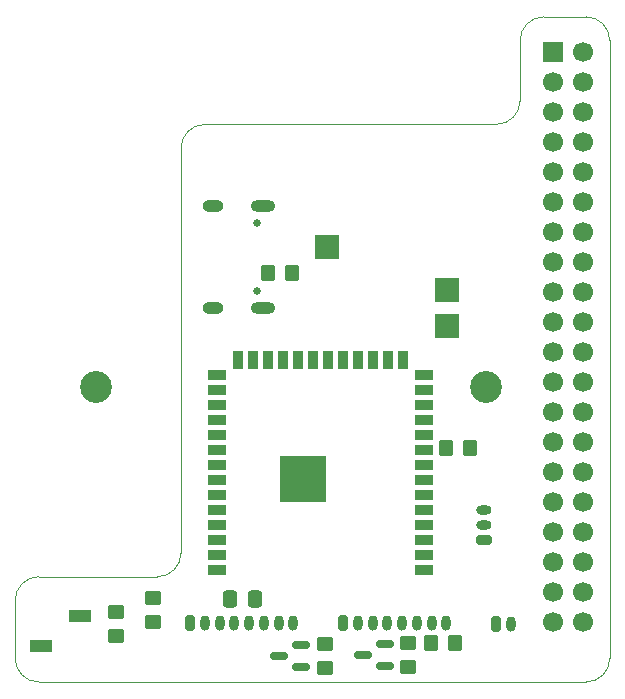
<source format=gbr>
G04 #@! TF.GenerationSoftware,KiCad,Pcbnew,9.0.3*
G04 #@! TF.CreationDate,2026-01-28T23:02:46+01:00*
G04 #@! TF.ProjectId,CM5IO_top,434d3549-4f5f-4746-9f70-2e6b69636164,rev?*
G04 #@! TF.SameCoordinates,Original*
G04 #@! TF.FileFunction,Soldermask,Bot*
G04 #@! TF.FilePolarity,Negative*
%FSLAX46Y46*%
G04 Gerber Fmt 4.6, Leading zero omitted, Abs format (unit mm)*
G04 Created by KiCad (PCBNEW 9.0.3) date 2026-01-28 23:02:46*
%MOMM*%
%LPD*%
G01*
G04 APERTURE LIST*
G04 Aperture macros list*
%AMRoundRect*
0 Rectangle with rounded corners*
0 $1 Rounding radius*
0 $2 $3 $4 $5 $6 $7 $8 $9 X,Y pos of 4 corners*
0 Add a 4 corners polygon primitive as box body*
4,1,4,$2,$3,$4,$5,$6,$7,$8,$9,$2,$3,0*
0 Add four circle primitives for the rounded corners*
1,1,$1+$1,$2,$3*
1,1,$1+$1,$4,$5*
1,1,$1+$1,$6,$7*
1,1,$1+$1,$8,$9*
0 Add four rect primitives between the rounded corners*
20,1,$1+$1,$2,$3,$4,$5,0*
20,1,$1+$1,$4,$5,$6,$7,0*
20,1,$1+$1,$6,$7,$8,$9,0*
20,1,$1+$1,$8,$9,$2,$3,0*%
G04 Aperture macros list end*
%ADD10C,0.650000*%
%ADD11O,2.100000X1.000000*%
%ADD12O,1.800000X1.000000*%
%ADD13RoundRect,0.200000X0.450000X-0.200000X0.450000X0.200000X-0.450000X0.200000X-0.450000X-0.200000X0*%
%ADD14O,1.300000X0.800000*%
%ADD15RoundRect,0.200000X-0.200000X-0.450000X0.200000X-0.450000X0.200000X0.450000X-0.200000X0.450000X0*%
%ADD16O,0.800000X1.300000*%
%ADD17C,2.700000*%
%ADD18RoundRect,0.250000X-0.450000X0.350000X-0.450000X-0.350000X0.450000X-0.350000X0.450000X0.350000X0*%
%ADD19RoundRect,0.250000X0.350000X0.450000X-0.350000X0.450000X-0.350000X-0.450000X0.350000X-0.450000X0*%
%ADD20R,2.000000X2.000000*%
%ADD21R,1.900000X1.000000*%
%ADD22R,1.700000X1.700000*%
%ADD23C,1.700000*%
%ADD24RoundRect,0.250000X0.450000X-0.350000X0.450000X0.350000X-0.450000X0.350000X-0.450000X-0.350000X0*%
%ADD25R,1.500000X0.900000*%
%ADD26R,0.900000X1.500000*%
%ADD27C,0.600000*%
%ADD28R,3.900000X3.900000*%
%ADD29RoundRect,0.250000X-0.337500X-0.475000X0.337500X-0.475000X0.337500X0.475000X-0.337500X0.475000X0*%
%ADD30RoundRect,0.150000X0.587500X0.150000X-0.587500X0.150000X-0.587500X-0.150000X0.587500X-0.150000X0*%
%ADD31RoundRect,0.250000X-0.350000X-0.450000X0.350000X-0.450000X0.350000X0.450000X-0.350000X0.450000X0*%
G04 #@! TA.AperFunction,Profile*
%ADD32C,0.050000*%
G04 #@! TD*
G04 APERTURE END LIST*
D10*
X176094400Y-107620200D03*
X176094400Y-113400200D03*
D11*
X176594400Y-106190200D03*
D12*
X172414400Y-106190200D03*
D11*
X176594400Y-114830200D03*
D12*
X172414400Y-114830200D03*
D13*
X195333400Y-134473200D03*
D14*
X195333400Y-133223200D03*
X195333400Y-131973200D03*
D15*
X196346400Y-141576200D03*
D16*
X197596400Y-141576200D03*
D15*
X170441400Y-141498200D03*
D16*
X171691400Y-141498200D03*
X172941400Y-141498200D03*
X174191400Y-141498200D03*
X175441400Y-141498200D03*
X176691400Y-141498200D03*
X177941400Y-141498200D03*
X179191400Y-141498200D03*
D17*
X162500000Y-121500000D03*
X195500000Y-121500000D03*
D15*
X183395400Y-141498200D03*
D16*
X184645400Y-141498200D03*
X185895400Y-141498200D03*
X187145400Y-141498200D03*
X188395400Y-141498200D03*
X189645400Y-141498200D03*
X190895400Y-141498200D03*
X192145400Y-141498200D03*
D18*
X167266400Y-139428500D03*
X167266400Y-141428500D03*
D19*
X192844200Y-143241400D03*
X190844200Y-143241400D03*
D20*
X192234600Y-116352200D03*
D18*
X188890700Y-143241400D03*
X188890700Y-145241400D03*
D21*
X157844000Y-143454000D03*
X161144000Y-140914000D03*
D22*
X201150000Y-93162000D03*
D23*
X203690000Y-93162000D03*
X201150000Y-95702000D03*
X203690000Y-95702000D03*
X201150000Y-98242000D03*
X203690000Y-98242000D03*
X201150000Y-100782000D03*
X203690000Y-100782000D03*
X201150000Y-103322000D03*
X203690000Y-103322000D03*
X201150000Y-105862000D03*
X203690000Y-105862000D03*
X201150000Y-108402000D03*
X203690000Y-108402000D03*
X201150000Y-110942000D03*
X203690000Y-110942000D03*
X201150000Y-113482000D03*
X203690000Y-113482000D03*
X201150000Y-116022000D03*
X203690000Y-116022000D03*
X201150000Y-118562000D03*
X203690000Y-118562000D03*
X201150000Y-121102000D03*
X203690000Y-121102000D03*
X201150000Y-123642000D03*
X203690000Y-123642000D03*
X201150000Y-126182000D03*
X203690000Y-126182000D03*
X201150000Y-128722000D03*
X203690000Y-128722000D03*
X201150000Y-131262000D03*
X203690000Y-131262000D03*
X201150000Y-133802000D03*
X203690000Y-133802000D03*
X201150000Y-136342000D03*
X203690000Y-136342000D03*
X201150000Y-138882000D03*
X203690000Y-138882000D03*
X201150000Y-141422000D03*
X203690000Y-141422000D03*
D19*
X179061400Y-111907200D03*
X177061400Y-111907200D03*
D24*
X181871400Y-145292200D03*
X181871400Y-143292200D03*
D25*
X172723794Y-137029200D03*
X172723794Y-135759200D03*
X172723794Y-134489200D03*
X172723794Y-133219200D03*
X172723794Y-131949200D03*
X172723794Y-130679200D03*
X172723794Y-129409200D03*
X172723794Y-128139200D03*
X172723794Y-126869200D03*
X172723794Y-125599200D03*
X172723794Y-124329200D03*
X172723794Y-123059200D03*
X172723794Y-121789200D03*
X172723794Y-120519200D03*
D26*
X174488794Y-119269200D03*
X175758794Y-119269200D03*
X177028794Y-119269200D03*
X178298794Y-119269200D03*
X179568794Y-119269200D03*
X180838794Y-119269200D03*
X182108794Y-119269200D03*
X183378794Y-119269200D03*
X184648794Y-119269200D03*
X185918794Y-119269200D03*
X187188794Y-119269200D03*
X188458794Y-119269200D03*
D25*
X190223794Y-120519200D03*
X190223794Y-121789200D03*
X190223794Y-123059200D03*
X190223794Y-124329200D03*
X190223794Y-125599200D03*
X190223794Y-126869200D03*
X190223794Y-128139200D03*
X190223794Y-129409200D03*
X190223794Y-130679200D03*
X190223794Y-131949200D03*
X190223794Y-133219200D03*
X190223794Y-134489200D03*
X190223794Y-135759200D03*
X190223794Y-137029200D03*
D27*
X178573794Y-128609200D03*
X178573794Y-130009200D03*
X179273794Y-127909200D03*
X179273794Y-129309200D03*
X179273794Y-130709200D03*
X179973794Y-128609200D03*
D28*
X179973794Y-129309200D03*
D27*
X179973794Y-130009200D03*
X180673794Y-127909200D03*
X180673794Y-129309200D03*
X180673794Y-130709200D03*
X181373794Y-128609200D03*
X181373794Y-130009200D03*
D29*
X173848900Y-139466200D03*
X175923900Y-139466200D03*
D30*
X179816400Y-143342200D03*
X179816400Y-145242200D03*
X177941400Y-144292200D03*
D24*
X164193000Y-142583800D03*
X164193000Y-140583800D03*
D30*
X186955700Y-143291400D03*
X186955700Y-145191400D03*
X185080700Y-144241400D03*
D20*
X192232400Y-113321200D03*
X182023800Y-109646600D03*
D31*
X192149000Y-126664600D03*
X194149000Y-126664600D03*
D32*
X205975958Y-144508558D02*
G75*
G02*
X203975958Y-146508658I-2000058J-42D01*
G01*
X198381400Y-92190200D02*
G75*
G02*
X200381400Y-90190200I2000000J0D01*
G01*
X205974864Y-92190158D02*
X205975958Y-144508558D01*
X169679400Y-101290400D02*
G75*
G02*
X171679400Y-99290400I2000000J0D01*
G01*
X155633209Y-144508599D02*
X155633210Y-139588499D01*
X169679400Y-135588500D02*
X169679400Y-101290400D01*
X171679400Y-99290400D02*
X196381400Y-99290400D01*
X157633210Y-137588500D02*
X167679400Y-137588500D01*
X200381400Y-90190200D02*
X203974864Y-90190200D01*
X155633210Y-139588499D02*
G75*
G02*
X157633210Y-137588510I1999990J-1D01*
G01*
X198381400Y-97290400D02*
G75*
G02*
X196381400Y-99290400I-2000000J0D01*
G01*
X169679400Y-135588500D02*
G75*
G02*
X167679400Y-137588500I-2000000J0D01*
G01*
X157633209Y-146508600D02*
G75*
G02*
X155633200Y-144508599I-9J2000000D01*
G01*
X198381400Y-97290400D02*
X198381400Y-92190200D01*
X203975958Y-146508600D02*
X157633209Y-146508600D01*
X203974864Y-90190200D02*
G75*
G02*
X205974900Y-92190158I36J-2000000D01*
G01*
M02*

</source>
